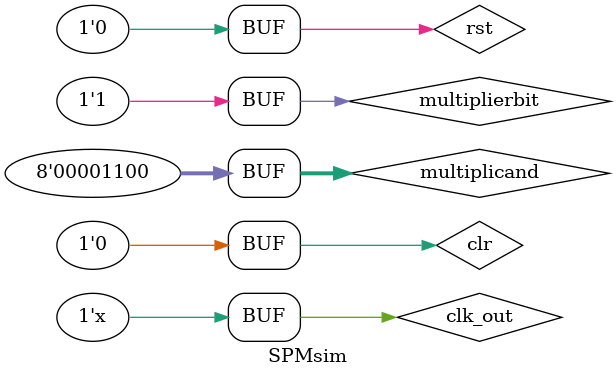
<source format=v>
`timescale 1ns / 1ps


module SPMsim(

    );

    // Declare the inputs as reg (for driving test signals)
    reg clk_out;
    reg rst;
    reg clr;
    reg [7:0] multiplicand;
    reg multiplierbit;

    // Declare the output as wire (since it's an output)
    wire product;

    // Instantiate the SPM module
    SPM uut (
        .clk(clk_out),
        .rst(rst),
        .clr(clr),
        .x(multiplicand),
        .y(multiplierbit),
        .p(product)
    );

    // Clock generation
    always begin
        #5 clk_out = ~clk_out; // Toggle clock every 5 time units
    end

    // Stimulus block (Test procedure)
    initial begin
        // Initialize the inputs
        clk_out = 0;
        rst = 0;
        clr = 0;
        multiplicand = 8'b00000000; // Initial multiplicand
        multiplierbit = 0; // Initial multiplier bit

        // Apply reset
        rst = 1;
        #5 rst = 0; // Reset pulse duration

        // Apply test cases
        $display("Running Test Case 1...");
        multiplicand = 8'b00001100; // Test multiplicand
        multiplierbit = 1;
        clr = 1; // Clear all registers
        #10 clr = 0;
        
        // Test case: Apply values and check the produc

    end

    // Monitor the output
    initial begin
        $monitor("At time %t: multiplicand = %b, multiplierbit = %b, product = %b", $time, multiplicand, multiplierbit, product);
    end

endmodule

</source>
